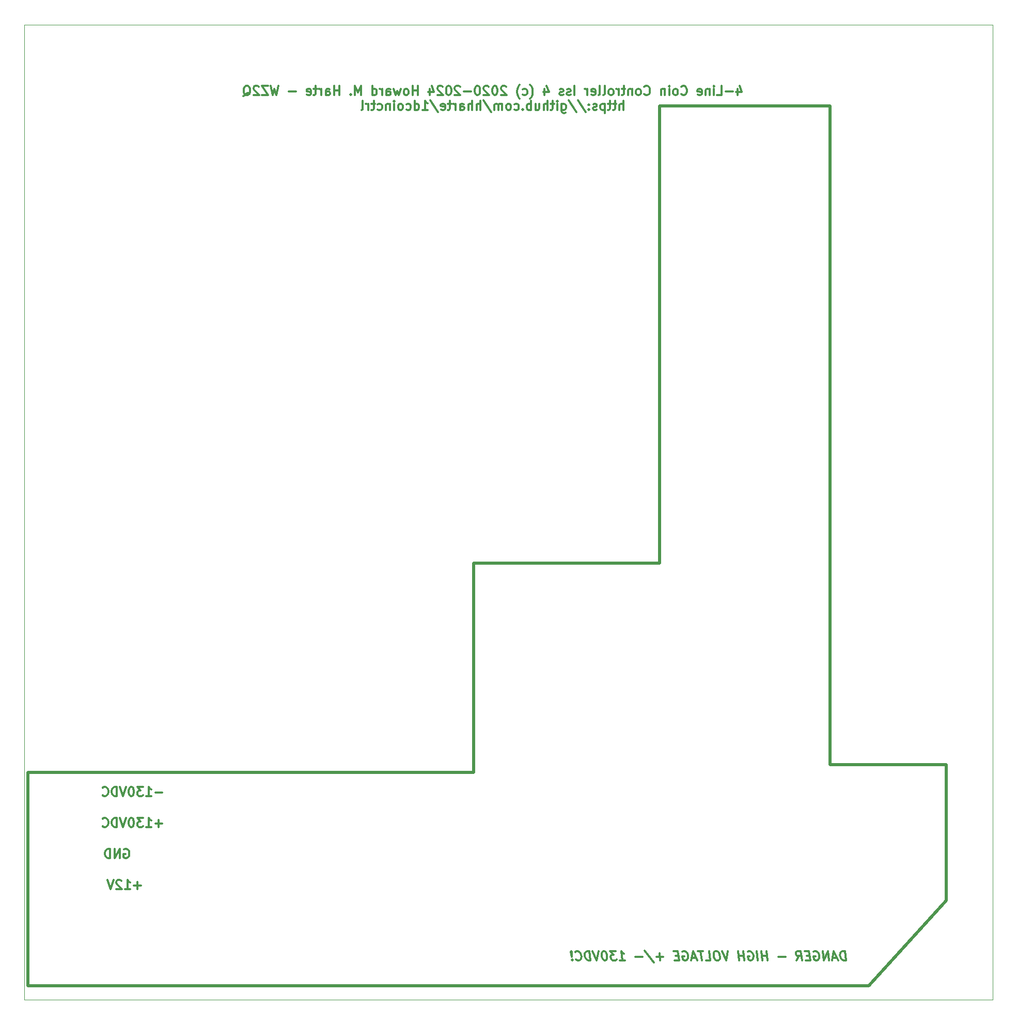
<source format=gbr>
G04 #@! TF.GenerationSoftware,KiCad,Pcbnew,8.0.1*
G04 #@! TF.CreationDate,2024-03-24T02:00:16-07:00*
G04 #@! TF.ProjectId,1d_coinctrl,31645f63-6f69-46e6-9374-726c2e6b6963,4*
G04 #@! TF.SameCoordinates,Original*
G04 #@! TF.FileFunction,Legend,Bot*
G04 #@! TF.FilePolarity,Positive*
%FSLAX46Y46*%
G04 Gerber Fmt 4.6, Leading zero omitted, Abs format (unit mm)*
G04 Created by KiCad (PCBNEW 8.0.1) date 2024-03-24 02:00:16*
%MOMM*%
%LPD*%
G01*
G04 APERTURE LIST*
%ADD10C,0.500000*%
%ADD11C,0.300000*%
G04 #@! TA.AperFunction,Profile*
%ADD12C,0.050000*%
G04 #@! TD*
G04 APERTURE END LIST*
D10*
X187960000Y-135255000D02*
X207010000Y-135255000D01*
X207010000Y-157480000D01*
X194310000Y-171450000D01*
X56515000Y-171450000D01*
X56515000Y-136525000D01*
X129540000Y-136525000D01*
X129540000Y-130175000D01*
X129540000Y-102235000D01*
X160020000Y-102235000D01*
X160020000Y-27305000D01*
X187960000Y-27305000D01*
X187960000Y-135255000D01*
D11*
X172822141Y-24505870D02*
X172822141Y-25505870D01*
X173179283Y-23934442D02*
X173536426Y-25005870D01*
X173536426Y-25005870D02*
X172607855Y-25005870D01*
X172036427Y-24934442D02*
X170893570Y-24934442D01*
X169464998Y-25505870D02*
X170179284Y-25505870D01*
X170179284Y-25505870D02*
X170179284Y-24005870D01*
X168964998Y-25505870D02*
X168964998Y-24505870D01*
X168964998Y-24005870D02*
X169036426Y-24077299D01*
X169036426Y-24077299D02*
X168964998Y-24148727D01*
X168964998Y-24148727D02*
X168893569Y-24077299D01*
X168893569Y-24077299D02*
X168964998Y-24005870D01*
X168964998Y-24005870D02*
X168964998Y-24148727D01*
X168250712Y-24505870D02*
X168250712Y-25505870D01*
X168250712Y-24648727D02*
X168179283Y-24577299D01*
X168179283Y-24577299D02*
X168036426Y-24505870D01*
X168036426Y-24505870D02*
X167822140Y-24505870D01*
X167822140Y-24505870D02*
X167679283Y-24577299D01*
X167679283Y-24577299D02*
X167607855Y-24720156D01*
X167607855Y-24720156D02*
X167607855Y-25505870D01*
X166322140Y-25434442D02*
X166464997Y-25505870D01*
X166464997Y-25505870D02*
X166750712Y-25505870D01*
X166750712Y-25505870D02*
X166893569Y-25434442D01*
X166893569Y-25434442D02*
X166964997Y-25291584D01*
X166964997Y-25291584D02*
X166964997Y-24720156D01*
X166964997Y-24720156D02*
X166893569Y-24577299D01*
X166893569Y-24577299D02*
X166750712Y-24505870D01*
X166750712Y-24505870D02*
X166464997Y-24505870D01*
X166464997Y-24505870D02*
X166322140Y-24577299D01*
X166322140Y-24577299D02*
X166250712Y-24720156D01*
X166250712Y-24720156D02*
X166250712Y-24863013D01*
X166250712Y-24863013D02*
X166964997Y-25005870D01*
X163607855Y-25363013D02*
X163679283Y-25434442D01*
X163679283Y-25434442D02*
X163893569Y-25505870D01*
X163893569Y-25505870D02*
X164036426Y-25505870D01*
X164036426Y-25505870D02*
X164250712Y-25434442D01*
X164250712Y-25434442D02*
X164393569Y-25291584D01*
X164393569Y-25291584D02*
X164464998Y-25148727D01*
X164464998Y-25148727D02*
X164536426Y-24863013D01*
X164536426Y-24863013D02*
X164536426Y-24648727D01*
X164536426Y-24648727D02*
X164464998Y-24363013D01*
X164464998Y-24363013D02*
X164393569Y-24220156D01*
X164393569Y-24220156D02*
X164250712Y-24077299D01*
X164250712Y-24077299D02*
X164036426Y-24005870D01*
X164036426Y-24005870D02*
X163893569Y-24005870D01*
X163893569Y-24005870D02*
X163679283Y-24077299D01*
X163679283Y-24077299D02*
X163607855Y-24148727D01*
X162750712Y-25505870D02*
X162893569Y-25434442D01*
X162893569Y-25434442D02*
X162964998Y-25363013D01*
X162964998Y-25363013D02*
X163036426Y-25220156D01*
X163036426Y-25220156D02*
X163036426Y-24791584D01*
X163036426Y-24791584D02*
X162964998Y-24648727D01*
X162964998Y-24648727D02*
X162893569Y-24577299D01*
X162893569Y-24577299D02*
X162750712Y-24505870D01*
X162750712Y-24505870D02*
X162536426Y-24505870D01*
X162536426Y-24505870D02*
X162393569Y-24577299D01*
X162393569Y-24577299D02*
X162322141Y-24648727D01*
X162322141Y-24648727D02*
X162250712Y-24791584D01*
X162250712Y-24791584D02*
X162250712Y-25220156D01*
X162250712Y-25220156D02*
X162322141Y-25363013D01*
X162322141Y-25363013D02*
X162393569Y-25434442D01*
X162393569Y-25434442D02*
X162536426Y-25505870D01*
X162536426Y-25505870D02*
X162750712Y-25505870D01*
X161607855Y-25505870D02*
X161607855Y-24505870D01*
X161607855Y-24005870D02*
X161679283Y-24077299D01*
X161679283Y-24077299D02*
X161607855Y-24148727D01*
X161607855Y-24148727D02*
X161536426Y-24077299D01*
X161536426Y-24077299D02*
X161607855Y-24005870D01*
X161607855Y-24005870D02*
X161607855Y-24148727D01*
X160893569Y-24505870D02*
X160893569Y-25505870D01*
X160893569Y-24648727D02*
X160822140Y-24577299D01*
X160822140Y-24577299D02*
X160679283Y-24505870D01*
X160679283Y-24505870D02*
X160464997Y-24505870D01*
X160464997Y-24505870D02*
X160322140Y-24577299D01*
X160322140Y-24577299D02*
X160250712Y-24720156D01*
X160250712Y-24720156D02*
X160250712Y-25505870D01*
X157536426Y-25363013D02*
X157607854Y-25434442D01*
X157607854Y-25434442D02*
X157822140Y-25505870D01*
X157822140Y-25505870D02*
X157964997Y-25505870D01*
X157964997Y-25505870D02*
X158179283Y-25434442D01*
X158179283Y-25434442D02*
X158322140Y-25291584D01*
X158322140Y-25291584D02*
X158393569Y-25148727D01*
X158393569Y-25148727D02*
X158464997Y-24863013D01*
X158464997Y-24863013D02*
X158464997Y-24648727D01*
X158464997Y-24648727D02*
X158393569Y-24363013D01*
X158393569Y-24363013D02*
X158322140Y-24220156D01*
X158322140Y-24220156D02*
X158179283Y-24077299D01*
X158179283Y-24077299D02*
X157964997Y-24005870D01*
X157964997Y-24005870D02*
X157822140Y-24005870D01*
X157822140Y-24005870D02*
X157607854Y-24077299D01*
X157607854Y-24077299D02*
X157536426Y-24148727D01*
X156679283Y-25505870D02*
X156822140Y-25434442D01*
X156822140Y-25434442D02*
X156893569Y-25363013D01*
X156893569Y-25363013D02*
X156964997Y-25220156D01*
X156964997Y-25220156D02*
X156964997Y-24791584D01*
X156964997Y-24791584D02*
X156893569Y-24648727D01*
X156893569Y-24648727D02*
X156822140Y-24577299D01*
X156822140Y-24577299D02*
X156679283Y-24505870D01*
X156679283Y-24505870D02*
X156464997Y-24505870D01*
X156464997Y-24505870D02*
X156322140Y-24577299D01*
X156322140Y-24577299D02*
X156250712Y-24648727D01*
X156250712Y-24648727D02*
X156179283Y-24791584D01*
X156179283Y-24791584D02*
X156179283Y-25220156D01*
X156179283Y-25220156D02*
X156250712Y-25363013D01*
X156250712Y-25363013D02*
X156322140Y-25434442D01*
X156322140Y-25434442D02*
X156464997Y-25505870D01*
X156464997Y-25505870D02*
X156679283Y-25505870D01*
X155536426Y-24505870D02*
X155536426Y-25505870D01*
X155536426Y-24648727D02*
X155464997Y-24577299D01*
X155464997Y-24577299D02*
X155322140Y-24505870D01*
X155322140Y-24505870D02*
X155107854Y-24505870D01*
X155107854Y-24505870D02*
X154964997Y-24577299D01*
X154964997Y-24577299D02*
X154893569Y-24720156D01*
X154893569Y-24720156D02*
X154893569Y-25505870D01*
X154393568Y-24505870D02*
X153822140Y-24505870D01*
X154179283Y-24005870D02*
X154179283Y-25291584D01*
X154179283Y-25291584D02*
X154107854Y-25434442D01*
X154107854Y-25434442D02*
X153964997Y-25505870D01*
X153964997Y-25505870D02*
X153822140Y-25505870D01*
X153322140Y-25505870D02*
X153322140Y-24505870D01*
X153322140Y-24791584D02*
X153250711Y-24648727D01*
X153250711Y-24648727D02*
X153179283Y-24577299D01*
X153179283Y-24577299D02*
X153036425Y-24505870D01*
X153036425Y-24505870D02*
X152893568Y-24505870D01*
X152179283Y-25505870D02*
X152322140Y-25434442D01*
X152322140Y-25434442D02*
X152393569Y-25363013D01*
X152393569Y-25363013D02*
X152464997Y-25220156D01*
X152464997Y-25220156D02*
X152464997Y-24791584D01*
X152464997Y-24791584D02*
X152393569Y-24648727D01*
X152393569Y-24648727D02*
X152322140Y-24577299D01*
X152322140Y-24577299D02*
X152179283Y-24505870D01*
X152179283Y-24505870D02*
X151964997Y-24505870D01*
X151964997Y-24505870D02*
X151822140Y-24577299D01*
X151822140Y-24577299D02*
X151750712Y-24648727D01*
X151750712Y-24648727D02*
X151679283Y-24791584D01*
X151679283Y-24791584D02*
X151679283Y-25220156D01*
X151679283Y-25220156D02*
X151750712Y-25363013D01*
X151750712Y-25363013D02*
X151822140Y-25434442D01*
X151822140Y-25434442D02*
X151964997Y-25505870D01*
X151964997Y-25505870D02*
X152179283Y-25505870D01*
X150822140Y-25505870D02*
X150964997Y-25434442D01*
X150964997Y-25434442D02*
X151036426Y-25291584D01*
X151036426Y-25291584D02*
X151036426Y-24005870D01*
X150036426Y-25505870D02*
X150179283Y-25434442D01*
X150179283Y-25434442D02*
X150250712Y-25291584D01*
X150250712Y-25291584D02*
X150250712Y-24005870D01*
X148893569Y-25434442D02*
X149036426Y-25505870D01*
X149036426Y-25505870D02*
X149322141Y-25505870D01*
X149322141Y-25505870D02*
X149464998Y-25434442D01*
X149464998Y-25434442D02*
X149536426Y-25291584D01*
X149536426Y-25291584D02*
X149536426Y-24720156D01*
X149536426Y-24720156D02*
X149464998Y-24577299D01*
X149464998Y-24577299D02*
X149322141Y-24505870D01*
X149322141Y-24505870D02*
X149036426Y-24505870D01*
X149036426Y-24505870D02*
X148893569Y-24577299D01*
X148893569Y-24577299D02*
X148822141Y-24720156D01*
X148822141Y-24720156D02*
X148822141Y-24863013D01*
X148822141Y-24863013D02*
X149536426Y-25005870D01*
X148179284Y-25505870D02*
X148179284Y-24505870D01*
X148179284Y-24791584D02*
X148107855Y-24648727D01*
X148107855Y-24648727D02*
X148036427Y-24577299D01*
X148036427Y-24577299D02*
X147893569Y-24505870D01*
X147893569Y-24505870D02*
X147750712Y-24505870D01*
X146107856Y-25505870D02*
X146107856Y-24005870D01*
X145464998Y-25434442D02*
X145322141Y-25505870D01*
X145322141Y-25505870D02*
X145036427Y-25505870D01*
X145036427Y-25505870D02*
X144893570Y-25434442D01*
X144893570Y-25434442D02*
X144822141Y-25291584D01*
X144822141Y-25291584D02*
X144822141Y-25220156D01*
X144822141Y-25220156D02*
X144893570Y-25077299D01*
X144893570Y-25077299D02*
X145036427Y-25005870D01*
X145036427Y-25005870D02*
X145250713Y-25005870D01*
X145250713Y-25005870D02*
X145393570Y-24934442D01*
X145393570Y-24934442D02*
X145464998Y-24791584D01*
X145464998Y-24791584D02*
X145464998Y-24720156D01*
X145464998Y-24720156D02*
X145393570Y-24577299D01*
X145393570Y-24577299D02*
X145250713Y-24505870D01*
X145250713Y-24505870D02*
X145036427Y-24505870D01*
X145036427Y-24505870D02*
X144893570Y-24577299D01*
X144250712Y-25434442D02*
X144107855Y-25505870D01*
X144107855Y-25505870D02*
X143822141Y-25505870D01*
X143822141Y-25505870D02*
X143679284Y-25434442D01*
X143679284Y-25434442D02*
X143607855Y-25291584D01*
X143607855Y-25291584D02*
X143607855Y-25220156D01*
X143607855Y-25220156D02*
X143679284Y-25077299D01*
X143679284Y-25077299D02*
X143822141Y-25005870D01*
X143822141Y-25005870D02*
X144036427Y-25005870D01*
X144036427Y-25005870D02*
X144179284Y-24934442D01*
X144179284Y-24934442D02*
X144250712Y-24791584D01*
X144250712Y-24791584D02*
X144250712Y-24720156D01*
X144250712Y-24720156D02*
X144179284Y-24577299D01*
X144179284Y-24577299D02*
X144036427Y-24505870D01*
X144036427Y-24505870D02*
X143822141Y-24505870D01*
X143822141Y-24505870D02*
X143679284Y-24577299D01*
X141179284Y-24505870D02*
X141179284Y-25505870D01*
X141536426Y-23934442D02*
X141893569Y-25005870D01*
X141893569Y-25005870D02*
X140964998Y-25005870D01*
X138822141Y-26077299D02*
X138893570Y-26005870D01*
X138893570Y-26005870D02*
X139036427Y-25791584D01*
X139036427Y-25791584D02*
X139107856Y-25648727D01*
X139107856Y-25648727D02*
X139179284Y-25434442D01*
X139179284Y-25434442D02*
X139250713Y-25077299D01*
X139250713Y-25077299D02*
X139250713Y-24791584D01*
X139250713Y-24791584D02*
X139179284Y-24434442D01*
X139179284Y-24434442D02*
X139107856Y-24220156D01*
X139107856Y-24220156D02*
X139036427Y-24077299D01*
X139036427Y-24077299D02*
X138893570Y-23863013D01*
X138893570Y-23863013D02*
X138822141Y-23791584D01*
X137607856Y-25434442D02*
X137750713Y-25505870D01*
X137750713Y-25505870D02*
X138036427Y-25505870D01*
X138036427Y-25505870D02*
X138179284Y-25434442D01*
X138179284Y-25434442D02*
X138250713Y-25363013D01*
X138250713Y-25363013D02*
X138322141Y-25220156D01*
X138322141Y-25220156D02*
X138322141Y-24791584D01*
X138322141Y-24791584D02*
X138250713Y-24648727D01*
X138250713Y-24648727D02*
X138179284Y-24577299D01*
X138179284Y-24577299D02*
X138036427Y-24505870D01*
X138036427Y-24505870D02*
X137750713Y-24505870D01*
X137750713Y-24505870D02*
X137607856Y-24577299D01*
X137107856Y-26077299D02*
X137036427Y-26005870D01*
X137036427Y-26005870D02*
X136893570Y-25791584D01*
X136893570Y-25791584D02*
X136822142Y-25648727D01*
X136822142Y-25648727D02*
X136750713Y-25434442D01*
X136750713Y-25434442D02*
X136679284Y-25077299D01*
X136679284Y-25077299D02*
X136679284Y-24791584D01*
X136679284Y-24791584D02*
X136750713Y-24434442D01*
X136750713Y-24434442D02*
X136822142Y-24220156D01*
X136822142Y-24220156D02*
X136893570Y-24077299D01*
X136893570Y-24077299D02*
X137036427Y-23863013D01*
X137036427Y-23863013D02*
X137107856Y-23791584D01*
X134893570Y-24148727D02*
X134822142Y-24077299D01*
X134822142Y-24077299D02*
X134679285Y-24005870D01*
X134679285Y-24005870D02*
X134322142Y-24005870D01*
X134322142Y-24005870D02*
X134179285Y-24077299D01*
X134179285Y-24077299D02*
X134107856Y-24148727D01*
X134107856Y-24148727D02*
X134036427Y-24291584D01*
X134036427Y-24291584D02*
X134036427Y-24434442D01*
X134036427Y-24434442D02*
X134107856Y-24648727D01*
X134107856Y-24648727D02*
X134964999Y-25505870D01*
X134964999Y-25505870D02*
X134036427Y-25505870D01*
X133107856Y-24005870D02*
X132964999Y-24005870D01*
X132964999Y-24005870D02*
X132822142Y-24077299D01*
X132822142Y-24077299D02*
X132750714Y-24148727D01*
X132750714Y-24148727D02*
X132679285Y-24291584D01*
X132679285Y-24291584D02*
X132607856Y-24577299D01*
X132607856Y-24577299D02*
X132607856Y-24934442D01*
X132607856Y-24934442D02*
X132679285Y-25220156D01*
X132679285Y-25220156D02*
X132750714Y-25363013D01*
X132750714Y-25363013D02*
X132822142Y-25434442D01*
X132822142Y-25434442D02*
X132964999Y-25505870D01*
X132964999Y-25505870D02*
X133107856Y-25505870D01*
X133107856Y-25505870D02*
X133250714Y-25434442D01*
X133250714Y-25434442D02*
X133322142Y-25363013D01*
X133322142Y-25363013D02*
X133393571Y-25220156D01*
X133393571Y-25220156D02*
X133464999Y-24934442D01*
X133464999Y-24934442D02*
X133464999Y-24577299D01*
X133464999Y-24577299D02*
X133393571Y-24291584D01*
X133393571Y-24291584D02*
X133322142Y-24148727D01*
X133322142Y-24148727D02*
X133250714Y-24077299D01*
X133250714Y-24077299D02*
X133107856Y-24005870D01*
X132036428Y-24148727D02*
X131965000Y-24077299D01*
X131965000Y-24077299D02*
X131822143Y-24005870D01*
X131822143Y-24005870D02*
X131465000Y-24005870D01*
X131465000Y-24005870D02*
X131322143Y-24077299D01*
X131322143Y-24077299D02*
X131250714Y-24148727D01*
X131250714Y-24148727D02*
X131179285Y-24291584D01*
X131179285Y-24291584D02*
X131179285Y-24434442D01*
X131179285Y-24434442D02*
X131250714Y-24648727D01*
X131250714Y-24648727D02*
X132107857Y-25505870D01*
X132107857Y-25505870D02*
X131179285Y-25505870D01*
X130250714Y-24005870D02*
X130107857Y-24005870D01*
X130107857Y-24005870D02*
X129965000Y-24077299D01*
X129965000Y-24077299D02*
X129893572Y-24148727D01*
X129893572Y-24148727D02*
X129822143Y-24291584D01*
X129822143Y-24291584D02*
X129750714Y-24577299D01*
X129750714Y-24577299D02*
X129750714Y-24934442D01*
X129750714Y-24934442D02*
X129822143Y-25220156D01*
X129822143Y-25220156D02*
X129893572Y-25363013D01*
X129893572Y-25363013D02*
X129965000Y-25434442D01*
X129965000Y-25434442D02*
X130107857Y-25505870D01*
X130107857Y-25505870D02*
X130250714Y-25505870D01*
X130250714Y-25505870D02*
X130393572Y-25434442D01*
X130393572Y-25434442D02*
X130465000Y-25363013D01*
X130465000Y-25363013D02*
X130536429Y-25220156D01*
X130536429Y-25220156D02*
X130607857Y-24934442D01*
X130607857Y-24934442D02*
X130607857Y-24577299D01*
X130607857Y-24577299D02*
X130536429Y-24291584D01*
X130536429Y-24291584D02*
X130465000Y-24148727D01*
X130465000Y-24148727D02*
X130393572Y-24077299D01*
X130393572Y-24077299D02*
X130250714Y-24005870D01*
X129107858Y-24934442D02*
X127965001Y-24934442D01*
X127322143Y-24148727D02*
X127250715Y-24077299D01*
X127250715Y-24077299D02*
X127107858Y-24005870D01*
X127107858Y-24005870D02*
X126750715Y-24005870D01*
X126750715Y-24005870D02*
X126607858Y-24077299D01*
X126607858Y-24077299D02*
X126536429Y-24148727D01*
X126536429Y-24148727D02*
X126465000Y-24291584D01*
X126465000Y-24291584D02*
X126465000Y-24434442D01*
X126465000Y-24434442D02*
X126536429Y-24648727D01*
X126536429Y-24648727D02*
X127393572Y-25505870D01*
X127393572Y-25505870D02*
X126465000Y-25505870D01*
X125536429Y-24005870D02*
X125393572Y-24005870D01*
X125393572Y-24005870D02*
X125250715Y-24077299D01*
X125250715Y-24077299D02*
X125179287Y-24148727D01*
X125179287Y-24148727D02*
X125107858Y-24291584D01*
X125107858Y-24291584D02*
X125036429Y-24577299D01*
X125036429Y-24577299D02*
X125036429Y-24934442D01*
X125036429Y-24934442D02*
X125107858Y-25220156D01*
X125107858Y-25220156D02*
X125179287Y-25363013D01*
X125179287Y-25363013D02*
X125250715Y-25434442D01*
X125250715Y-25434442D02*
X125393572Y-25505870D01*
X125393572Y-25505870D02*
X125536429Y-25505870D01*
X125536429Y-25505870D02*
X125679287Y-25434442D01*
X125679287Y-25434442D02*
X125750715Y-25363013D01*
X125750715Y-25363013D02*
X125822144Y-25220156D01*
X125822144Y-25220156D02*
X125893572Y-24934442D01*
X125893572Y-24934442D02*
X125893572Y-24577299D01*
X125893572Y-24577299D02*
X125822144Y-24291584D01*
X125822144Y-24291584D02*
X125750715Y-24148727D01*
X125750715Y-24148727D02*
X125679287Y-24077299D01*
X125679287Y-24077299D02*
X125536429Y-24005870D01*
X124465001Y-24148727D02*
X124393573Y-24077299D01*
X124393573Y-24077299D02*
X124250716Y-24005870D01*
X124250716Y-24005870D02*
X123893573Y-24005870D01*
X123893573Y-24005870D02*
X123750716Y-24077299D01*
X123750716Y-24077299D02*
X123679287Y-24148727D01*
X123679287Y-24148727D02*
X123607858Y-24291584D01*
X123607858Y-24291584D02*
X123607858Y-24434442D01*
X123607858Y-24434442D02*
X123679287Y-24648727D01*
X123679287Y-24648727D02*
X124536430Y-25505870D01*
X124536430Y-25505870D02*
X123607858Y-25505870D01*
X122322145Y-24505870D02*
X122322145Y-25505870D01*
X122679287Y-23934442D02*
X123036430Y-25005870D01*
X123036430Y-25005870D02*
X122107859Y-25005870D01*
X120393574Y-25505870D02*
X120393574Y-24005870D01*
X120393574Y-24720156D02*
X119536431Y-24720156D01*
X119536431Y-25505870D02*
X119536431Y-24005870D01*
X118607859Y-25505870D02*
X118750716Y-25434442D01*
X118750716Y-25434442D02*
X118822145Y-25363013D01*
X118822145Y-25363013D02*
X118893573Y-25220156D01*
X118893573Y-25220156D02*
X118893573Y-24791584D01*
X118893573Y-24791584D02*
X118822145Y-24648727D01*
X118822145Y-24648727D02*
X118750716Y-24577299D01*
X118750716Y-24577299D02*
X118607859Y-24505870D01*
X118607859Y-24505870D02*
X118393573Y-24505870D01*
X118393573Y-24505870D02*
X118250716Y-24577299D01*
X118250716Y-24577299D02*
X118179288Y-24648727D01*
X118179288Y-24648727D02*
X118107859Y-24791584D01*
X118107859Y-24791584D02*
X118107859Y-25220156D01*
X118107859Y-25220156D02*
X118179288Y-25363013D01*
X118179288Y-25363013D02*
X118250716Y-25434442D01*
X118250716Y-25434442D02*
X118393573Y-25505870D01*
X118393573Y-25505870D02*
X118607859Y-25505870D01*
X117607859Y-24505870D02*
X117322145Y-25505870D01*
X117322145Y-25505870D02*
X117036430Y-24791584D01*
X117036430Y-24791584D02*
X116750716Y-25505870D01*
X116750716Y-25505870D02*
X116465002Y-24505870D01*
X115250716Y-25505870D02*
X115250716Y-24720156D01*
X115250716Y-24720156D02*
X115322144Y-24577299D01*
X115322144Y-24577299D02*
X115465001Y-24505870D01*
X115465001Y-24505870D02*
X115750716Y-24505870D01*
X115750716Y-24505870D02*
X115893573Y-24577299D01*
X115250716Y-25434442D02*
X115393573Y-25505870D01*
X115393573Y-25505870D02*
X115750716Y-25505870D01*
X115750716Y-25505870D02*
X115893573Y-25434442D01*
X115893573Y-25434442D02*
X115965001Y-25291584D01*
X115965001Y-25291584D02*
X115965001Y-25148727D01*
X115965001Y-25148727D02*
X115893573Y-25005870D01*
X115893573Y-25005870D02*
X115750716Y-24934442D01*
X115750716Y-24934442D02*
X115393573Y-24934442D01*
X115393573Y-24934442D02*
X115250716Y-24863013D01*
X114536430Y-25505870D02*
X114536430Y-24505870D01*
X114536430Y-24791584D02*
X114465001Y-24648727D01*
X114465001Y-24648727D02*
X114393573Y-24577299D01*
X114393573Y-24577299D02*
X114250715Y-24505870D01*
X114250715Y-24505870D02*
X114107858Y-24505870D01*
X112965002Y-25505870D02*
X112965002Y-24005870D01*
X112965002Y-25434442D02*
X113107859Y-25505870D01*
X113107859Y-25505870D02*
X113393573Y-25505870D01*
X113393573Y-25505870D02*
X113536430Y-25434442D01*
X113536430Y-25434442D02*
X113607859Y-25363013D01*
X113607859Y-25363013D02*
X113679287Y-25220156D01*
X113679287Y-25220156D02*
X113679287Y-24791584D01*
X113679287Y-24791584D02*
X113607859Y-24648727D01*
X113607859Y-24648727D02*
X113536430Y-24577299D01*
X113536430Y-24577299D02*
X113393573Y-24505870D01*
X113393573Y-24505870D02*
X113107859Y-24505870D01*
X113107859Y-24505870D02*
X112965002Y-24577299D01*
X111107859Y-25505870D02*
X111107859Y-24005870D01*
X111107859Y-24005870D02*
X110607859Y-25077299D01*
X110607859Y-25077299D02*
X110107859Y-24005870D01*
X110107859Y-24005870D02*
X110107859Y-25505870D01*
X109393573Y-25363013D02*
X109322144Y-25434442D01*
X109322144Y-25434442D02*
X109393573Y-25505870D01*
X109393573Y-25505870D02*
X109465001Y-25434442D01*
X109465001Y-25434442D02*
X109393573Y-25363013D01*
X109393573Y-25363013D02*
X109393573Y-25505870D01*
X107536430Y-25505870D02*
X107536430Y-24005870D01*
X107536430Y-24720156D02*
X106679287Y-24720156D01*
X106679287Y-25505870D02*
X106679287Y-24005870D01*
X105322144Y-25505870D02*
X105322144Y-24720156D01*
X105322144Y-24720156D02*
X105393572Y-24577299D01*
X105393572Y-24577299D02*
X105536429Y-24505870D01*
X105536429Y-24505870D02*
X105822144Y-24505870D01*
X105822144Y-24505870D02*
X105965001Y-24577299D01*
X105322144Y-25434442D02*
X105465001Y-25505870D01*
X105465001Y-25505870D02*
X105822144Y-25505870D01*
X105822144Y-25505870D02*
X105965001Y-25434442D01*
X105965001Y-25434442D02*
X106036429Y-25291584D01*
X106036429Y-25291584D02*
X106036429Y-25148727D01*
X106036429Y-25148727D02*
X105965001Y-25005870D01*
X105965001Y-25005870D02*
X105822144Y-24934442D01*
X105822144Y-24934442D02*
X105465001Y-24934442D01*
X105465001Y-24934442D02*
X105322144Y-24863013D01*
X104607858Y-25505870D02*
X104607858Y-24505870D01*
X104607858Y-24791584D02*
X104536429Y-24648727D01*
X104536429Y-24648727D02*
X104465001Y-24577299D01*
X104465001Y-24577299D02*
X104322143Y-24505870D01*
X104322143Y-24505870D02*
X104179286Y-24505870D01*
X103893572Y-24505870D02*
X103322144Y-24505870D01*
X103679287Y-24005870D02*
X103679287Y-25291584D01*
X103679287Y-25291584D02*
X103607858Y-25434442D01*
X103607858Y-25434442D02*
X103465001Y-25505870D01*
X103465001Y-25505870D02*
X103322144Y-25505870D01*
X102250715Y-25434442D02*
X102393572Y-25505870D01*
X102393572Y-25505870D02*
X102679287Y-25505870D01*
X102679287Y-25505870D02*
X102822144Y-25434442D01*
X102822144Y-25434442D02*
X102893572Y-25291584D01*
X102893572Y-25291584D02*
X102893572Y-24720156D01*
X102893572Y-24720156D02*
X102822144Y-24577299D01*
X102822144Y-24577299D02*
X102679287Y-24505870D01*
X102679287Y-24505870D02*
X102393572Y-24505870D01*
X102393572Y-24505870D02*
X102250715Y-24577299D01*
X102250715Y-24577299D02*
X102179287Y-24720156D01*
X102179287Y-24720156D02*
X102179287Y-24863013D01*
X102179287Y-24863013D02*
X102893572Y-25005870D01*
X100393573Y-24934442D02*
X99250716Y-24934442D01*
X97536430Y-24005870D02*
X97179287Y-25505870D01*
X97179287Y-25505870D02*
X96893573Y-24434442D01*
X96893573Y-24434442D02*
X96607858Y-25505870D01*
X96607858Y-25505870D02*
X96250716Y-24005870D01*
X95822144Y-24005870D02*
X94822144Y-24005870D01*
X94822144Y-24005870D02*
X95822144Y-25505870D01*
X95822144Y-25505870D02*
X94822144Y-25505870D01*
X94322144Y-24148727D02*
X94250716Y-24077299D01*
X94250716Y-24077299D02*
X94107859Y-24005870D01*
X94107859Y-24005870D02*
X93750716Y-24005870D01*
X93750716Y-24005870D02*
X93607859Y-24077299D01*
X93607859Y-24077299D02*
X93536430Y-24148727D01*
X93536430Y-24148727D02*
X93465001Y-24291584D01*
X93465001Y-24291584D02*
X93465001Y-24434442D01*
X93465001Y-24434442D02*
X93536430Y-24648727D01*
X93536430Y-24648727D02*
X94393573Y-25505870D01*
X94393573Y-25505870D02*
X93465001Y-25505870D01*
X91822145Y-25648727D02*
X91965002Y-25577299D01*
X91965002Y-25577299D02*
X92107859Y-25434442D01*
X92107859Y-25434442D02*
X92322145Y-25220156D01*
X92322145Y-25220156D02*
X92465002Y-25148727D01*
X92465002Y-25148727D02*
X92607859Y-25148727D01*
X92536430Y-25505870D02*
X92679288Y-25434442D01*
X92679288Y-25434442D02*
X92822145Y-25291584D01*
X92822145Y-25291584D02*
X92893573Y-25005870D01*
X92893573Y-25005870D02*
X92893573Y-24505870D01*
X92893573Y-24505870D02*
X92822145Y-24220156D01*
X92822145Y-24220156D02*
X92679288Y-24077299D01*
X92679288Y-24077299D02*
X92536430Y-24005870D01*
X92536430Y-24005870D02*
X92250716Y-24005870D01*
X92250716Y-24005870D02*
X92107859Y-24077299D01*
X92107859Y-24077299D02*
X91965002Y-24220156D01*
X91965002Y-24220156D02*
X91893573Y-24505870D01*
X91893573Y-24505870D02*
X91893573Y-25005870D01*
X91893573Y-25005870D02*
X91965002Y-25291584D01*
X91965002Y-25291584D02*
X92107859Y-25434442D01*
X92107859Y-25434442D02*
X92250716Y-25505870D01*
X92250716Y-25505870D02*
X92536430Y-25505870D01*
X154107858Y-27920786D02*
X154107858Y-26420786D01*
X153465001Y-27920786D02*
X153465001Y-27135072D01*
X153465001Y-27135072D02*
X153536429Y-26992215D01*
X153536429Y-26992215D02*
X153679286Y-26920786D01*
X153679286Y-26920786D02*
X153893572Y-26920786D01*
X153893572Y-26920786D02*
X154036429Y-26992215D01*
X154036429Y-26992215D02*
X154107858Y-27063643D01*
X152965000Y-26920786D02*
X152393572Y-26920786D01*
X152750715Y-26420786D02*
X152750715Y-27706500D01*
X152750715Y-27706500D02*
X152679286Y-27849358D01*
X152679286Y-27849358D02*
X152536429Y-27920786D01*
X152536429Y-27920786D02*
X152393572Y-27920786D01*
X152107857Y-26920786D02*
X151536429Y-26920786D01*
X151893572Y-26420786D02*
X151893572Y-27706500D01*
X151893572Y-27706500D02*
X151822143Y-27849358D01*
X151822143Y-27849358D02*
X151679286Y-27920786D01*
X151679286Y-27920786D02*
X151536429Y-27920786D01*
X151036429Y-26920786D02*
X151036429Y-28420786D01*
X151036429Y-26992215D02*
X150893572Y-26920786D01*
X150893572Y-26920786D02*
X150607857Y-26920786D01*
X150607857Y-26920786D02*
X150465000Y-26992215D01*
X150465000Y-26992215D02*
X150393572Y-27063643D01*
X150393572Y-27063643D02*
X150322143Y-27206500D01*
X150322143Y-27206500D02*
X150322143Y-27635072D01*
X150322143Y-27635072D02*
X150393572Y-27777929D01*
X150393572Y-27777929D02*
X150465000Y-27849358D01*
X150465000Y-27849358D02*
X150607857Y-27920786D01*
X150607857Y-27920786D02*
X150893572Y-27920786D01*
X150893572Y-27920786D02*
X151036429Y-27849358D01*
X149750714Y-27849358D02*
X149607857Y-27920786D01*
X149607857Y-27920786D02*
X149322143Y-27920786D01*
X149322143Y-27920786D02*
X149179286Y-27849358D01*
X149179286Y-27849358D02*
X149107857Y-27706500D01*
X149107857Y-27706500D02*
X149107857Y-27635072D01*
X149107857Y-27635072D02*
X149179286Y-27492215D01*
X149179286Y-27492215D02*
X149322143Y-27420786D01*
X149322143Y-27420786D02*
X149536429Y-27420786D01*
X149536429Y-27420786D02*
X149679286Y-27349358D01*
X149679286Y-27349358D02*
X149750714Y-27206500D01*
X149750714Y-27206500D02*
X149750714Y-27135072D01*
X149750714Y-27135072D02*
X149679286Y-26992215D01*
X149679286Y-26992215D02*
X149536429Y-26920786D01*
X149536429Y-26920786D02*
X149322143Y-26920786D01*
X149322143Y-26920786D02*
X149179286Y-26992215D01*
X148465000Y-27777929D02*
X148393571Y-27849358D01*
X148393571Y-27849358D02*
X148465000Y-27920786D01*
X148465000Y-27920786D02*
X148536428Y-27849358D01*
X148536428Y-27849358D02*
X148465000Y-27777929D01*
X148465000Y-27777929D02*
X148465000Y-27920786D01*
X148465000Y-26992215D02*
X148393571Y-27063643D01*
X148393571Y-27063643D02*
X148465000Y-27135072D01*
X148465000Y-27135072D02*
X148536428Y-27063643D01*
X148536428Y-27063643D02*
X148465000Y-26992215D01*
X148465000Y-26992215D02*
X148465000Y-27135072D01*
X146679285Y-26349358D02*
X147964999Y-28277929D01*
X145107856Y-26349358D02*
X146393570Y-28277929D01*
X143964999Y-26920786D02*
X143964999Y-28135072D01*
X143964999Y-28135072D02*
X144036427Y-28277929D01*
X144036427Y-28277929D02*
X144107856Y-28349358D01*
X144107856Y-28349358D02*
X144250713Y-28420786D01*
X144250713Y-28420786D02*
X144464999Y-28420786D01*
X144464999Y-28420786D02*
X144607856Y-28349358D01*
X143964999Y-27849358D02*
X144107856Y-27920786D01*
X144107856Y-27920786D02*
X144393570Y-27920786D01*
X144393570Y-27920786D02*
X144536427Y-27849358D01*
X144536427Y-27849358D02*
X144607856Y-27777929D01*
X144607856Y-27777929D02*
X144679284Y-27635072D01*
X144679284Y-27635072D02*
X144679284Y-27206500D01*
X144679284Y-27206500D02*
X144607856Y-27063643D01*
X144607856Y-27063643D02*
X144536427Y-26992215D01*
X144536427Y-26992215D02*
X144393570Y-26920786D01*
X144393570Y-26920786D02*
X144107856Y-26920786D01*
X144107856Y-26920786D02*
X143964999Y-26992215D01*
X143250713Y-27920786D02*
X143250713Y-26920786D01*
X143250713Y-26420786D02*
X143322141Y-26492215D01*
X143322141Y-26492215D02*
X143250713Y-26563643D01*
X143250713Y-26563643D02*
X143179284Y-26492215D01*
X143179284Y-26492215D02*
X143250713Y-26420786D01*
X143250713Y-26420786D02*
X143250713Y-26563643D01*
X142750712Y-26920786D02*
X142179284Y-26920786D01*
X142536427Y-26420786D02*
X142536427Y-27706500D01*
X142536427Y-27706500D02*
X142464998Y-27849358D01*
X142464998Y-27849358D02*
X142322141Y-27920786D01*
X142322141Y-27920786D02*
X142179284Y-27920786D01*
X141679284Y-27920786D02*
X141679284Y-26420786D01*
X141036427Y-27920786D02*
X141036427Y-27135072D01*
X141036427Y-27135072D02*
X141107855Y-26992215D01*
X141107855Y-26992215D02*
X141250712Y-26920786D01*
X141250712Y-26920786D02*
X141464998Y-26920786D01*
X141464998Y-26920786D02*
X141607855Y-26992215D01*
X141607855Y-26992215D02*
X141679284Y-27063643D01*
X139679284Y-26920786D02*
X139679284Y-27920786D01*
X140322141Y-26920786D02*
X140322141Y-27706500D01*
X140322141Y-27706500D02*
X140250712Y-27849358D01*
X140250712Y-27849358D02*
X140107855Y-27920786D01*
X140107855Y-27920786D02*
X139893569Y-27920786D01*
X139893569Y-27920786D02*
X139750712Y-27849358D01*
X139750712Y-27849358D02*
X139679284Y-27777929D01*
X138964998Y-27920786D02*
X138964998Y-26420786D01*
X138964998Y-26992215D02*
X138822141Y-26920786D01*
X138822141Y-26920786D02*
X138536426Y-26920786D01*
X138536426Y-26920786D02*
X138393569Y-26992215D01*
X138393569Y-26992215D02*
X138322141Y-27063643D01*
X138322141Y-27063643D02*
X138250712Y-27206500D01*
X138250712Y-27206500D02*
X138250712Y-27635072D01*
X138250712Y-27635072D02*
X138322141Y-27777929D01*
X138322141Y-27777929D02*
X138393569Y-27849358D01*
X138393569Y-27849358D02*
X138536426Y-27920786D01*
X138536426Y-27920786D02*
X138822141Y-27920786D01*
X138822141Y-27920786D02*
X138964998Y-27849358D01*
X137607855Y-27777929D02*
X137536426Y-27849358D01*
X137536426Y-27849358D02*
X137607855Y-27920786D01*
X137607855Y-27920786D02*
X137679283Y-27849358D01*
X137679283Y-27849358D02*
X137607855Y-27777929D01*
X137607855Y-27777929D02*
X137607855Y-27920786D01*
X136250712Y-27849358D02*
X136393569Y-27920786D01*
X136393569Y-27920786D02*
X136679283Y-27920786D01*
X136679283Y-27920786D02*
X136822140Y-27849358D01*
X136822140Y-27849358D02*
X136893569Y-27777929D01*
X136893569Y-27777929D02*
X136964997Y-27635072D01*
X136964997Y-27635072D02*
X136964997Y-27206500D01*
X136964997Y-27206500D02*
X136893569Y-27063643D01*
X136893569Y-27063643D02*
X136822140Y-26992215D01*
X136822140Y-26992215D02*
X136679283Y-26920786D01*
X136679283Y-26920786D02*
X136393569Y-26920786D01*
X136393569Y-26920786D02*
X136250712Y-26992215D01*
X135393569Y-27920786D02*
X135536426Y-27849358D01*
X135536426Y-27849358D02*
X135607855Y-27777929D01*
X135607855Y-27777929D02*
X135679283Y-27635072D01*
X135679283Y-27635072D02*
X135679283Y-27206500D01*
X135679283Y-27206500D02*
X135607855Y-27063643D01*
X135607855Y-27063643D02*
X135536426Y-26992215D01*
X135536426Y-26992215D02*
X135393569Y-26920786D01*
X135393569Y-26920786D02*
X135179283Y-26920786D01*
X135179283Y-26920786D02*
X135036426Y-26992215D01*
X135036426Y-26992215D02*
X134964998Y-27063643D01*
X134964998Y-27063643D02*
X134893569Y-27206500D01*
X134893569Y-27206500D02*
X134893569Y-27635072D01*
X134893569Y-27635072D02*
X134964998Y-27777929D01*
X134964998Y-27777929D02*
X135036426Y-27849358D01*
X135036426Y-27849358D02*
X135179283Y-27920786D01*
X135179283Y-27920786D02*
X135393569Y-27920786D01*
X134250712Y-27920786D02*
X134250712Y-26920786D01*
X134250712Y-27063643D02*
X134179283Y-26992215D01*
X134179283Y-26992215D02*
X134036426Y-26920786D01*
X134036426Y-26920786D02*
X133822140Y-26920786D01*
X133822140Y-26920786D02*
X133679283Y-26992215D01*
X133679283Y-26992215D02*
X133607855Y-27135072D01*
X133607855Y-27135072D02*
X133607855Y-27920786D01*
X133607855Y-27135072D02*
X133536426Y-26992215D01*
X133536426Y-26992215D02*
X133393569Y-26920786D01*
X133393569Y-26920786D02*
X133179283Y-26920786D01*
X133179283Y-26920786D02*
X133036426Y-26992215D01*
X133036426Y-26992215D02*
X132964997Y-27135072D01*
X132964997Y-27135072D02*
X132964997Y-27920786D01*
X131179283Y-26349358D02*
X132464997Y-28277929D01*
X130679283Y-27920786D02*
X130679283Y-26420786D01*
X130036426Y-27920786D02*
X130036426Y-27135072D01*
X130036426Y-27135072D02*
X130107854Y-26992215D01*
X130107854Y-26992215D02*
X130250711Y-26920786D01*
X130250711Y-26920786D02*
X130464997Y-26920786D01*
X130464997Y-26920786D02*
X130607854Y-26992215D01*
X130607854Y-26992215D02*
X130679283Y-27063643D01*
X129322140Y-27920786D02*
X129322140Y-26420786D01*
X128679283Y-27920786D02*
X128679283Y-27135072D01*
X128679283Y-27135072D02*
X128750711Y-26992215D01*
X128750711Y-26992215D02*
X128893568Y-26920786D01*
X128893568Y-26920786D02*
X129107854Y-26920786D01*
X129107854Y-26920786D02*
X129250711Y-26992215D01*
X129250711Y-26992215D02*
X129322140Y-27063643D01*
X127322140Y-27920786D02*
X127322140Y-27135072D01*
X127322140Y-27135072D02*
X127393568Y-26992215D01*
X127393568Y-26992215D02*
X127536425Y-26920786D01*
X127536425Y-26920786D02*
X127822140Y-26920786D01*
X127822140Y-26920786D02*
X127964997Y-26992215D01*
X127322140Y-27849358D02*
X127464997Y-27920786D01*
X127464997Y-27920786D02*
X127822140Y-27920786D01*
X127822140Y-27920786D02*
X127964997Y-27849358D01*
X127964997Y-27849358D02*
X128036425Y-27706500D01*
X128036425Y-27706500D02*
X128036425Y-27563643D01*
X128036425Y-27563643D02*
X127964997Y-27420786D01*
X127964997Y-27420786D02*
X127822140Y-27349358D01*
X127822140Y-27349358D02*
X127464997Y-27349358D01*
X127464997Y-27349358D02*
X127322140Y-27277929D01*
X126607854Y-27920786D02*
X126607854Y-26920786D01*
X126607854Y-27206500D02*
X126536425Y-27063643D01*
X126536425Y-27063643D02*
X126464997Y-26992215D01*
X126464997Y-26992215D02*
X126322139Y-26920786D01*
X126322139Y-26920786D02*
X126179282Y-26920786D01*
X125893568Y-26920786D02*
X125322140Y-26920786D01*
X125679283Y-26420786D02*
X125679283Y-27706500D01*
X125679283Y-27706500D02*
X125607854Y-27849358D01*
X125607854Y-27849358D02*
X125464997Y-27920786D01*
X125464997Y-27920786D02*
X125322140Y-27920786D01*
X124250711Y-27849358D02*
X124393568Y-27920786D01*
X124393568Y-27920786D02*
X124679283Y-27920786D01*
X124679283Y-27920786D02*
X124822140Y-27849358D01*
X124822140Y-27849358D02*
X124893568Y-27706500D01*
X124893568Y-27706500D02*
X124893568Y-27135072D01*
X124893568Y-27135072D02*
X124822140Y-26992215D01*
X124822140Y-26992215D02*
X124679283Y-26920786D01*
X124679283Y-26920786D02*
X124393568Y-26920786D01*
X124393568Y-26920786D02*
X124250711Y-26992215D01*
X124250711Y-26992215D02*
X124179283Y-27135072D01*
X124179283Y-27135072D02*
X124179283Y-27277929D01*
X124179283Y-27277929D02*
X124893568Y-27420786D01*
X122464997Y-26349358D02*
X123750711Y-28277929D01*
X121179282Y-27920786D02*
X122036425Y-27920786D01*
X121607854Y-27920786D02*
X121607854Y-26420786D01*
X121607854Y-26420786D02*
X121750711Y-26635072D01*
X121750711Y-26635072D02*
X121893568Y-26777929D01*
X121893568Y-26777929D02*
X122036425Y-26849358D01*
X119893569Y-27920786D02*
X119893569Y-26420786D01*
X119893569Y-27849358D02*
X120036426Y-27920786D01*
X120036426Y-27920786D02*
X120322140Y-27920786D01*
X120322140Y-27920786D02*
X120464997Y-27849358D01*
X120464997Y-27849358D02*
X120536426Y-27777929D01*
X120536426Y-27777929D02*
X120607854Y-27635072D01*
X120607854Y-27635072D02*
X120607854Y-27206500D01*
X120607854Y-27206500D02*
X120536426Y-27063643D01*
X120536426Y-27063643D02*
X120464997Y-26992215D01*
X120464997Y-26992215D02*
X120322140Y-26920786D01*
X120322140Y-26920786D02*
X120036426Y-26920786D01*
X120036426Y-26920786D02*
X119893569Y-26992215D01*
X118536426Y-27849358D02*
X118679283Y-27920786D01*
X118679283Y-27920786D02*
X118964997Y-27920786D01*
X118964997Y-27920786D02*
X119107854Y-27849358D01*
X119107854Y-27849358D02*
X119179283Y-27777929D01*
X119179283Y-27777929D02*
X119250711Y-27635072D01*
X119250711Y-27635072D02*
X119250711Y-27206500D01*
X119250711Y-27206500D02*
X119179283Y-27063643D01*
X119179283Y-27063643D02*
X119107854Y-26992215D01*
X119107854Y-26992215D02*
X118964997Y-26920786D01*
X118964997Y-26920786D02*
X118679283Y-26920786D01*
X118679283Y-26920786D02*
X118536426Y-26992215D01*
X117679283Y-27920786D02*
X117822140Y-27849358D01*
X117822140Y-27849358D02*
X117893569Y-27777929D01*
X117893569Y-27777929D02*
X117964997Y-27635072D01*
X117964997Y-27635072D02*
X117964997Y-27206500D01*
X117964997Y-27206500D02*
X117893569Y-27063643D01*
X117893569Y-27063643D02*
X117822140Y-26992215D01*
X117822140Y-26992215D02*
X117679283Y-26920786D01*
X117679283Y-26920786D02*
X117464997Y-26920786D01*
X117464997Y-26920786D02*
X117322140Y-26992215D01*
X117322140Y-26992215D02*
X117250712Y-27063643D01*
X117250712Y-27063643D02*
X117179283Y-27206500D01*
X117179283Y-27206500D02*
X117179283Y-27635072D01*
X117179283Y-27635072D02*
X117250712Y-27777929D01*
X117250712Y-27777929D02*
X117322140Y-27849358D01*
X117322140Y-27849358D02*
X117464997Y-27920786D01*
X117464997Y-27920786D02*
X117679283Y-27920786D01*
X116536426Y-27920786D02*
X116536426Y-26920786D01*
X116536426Y-26420786D02*
X116607854Y-26492215D01*
X116607854Y-26492215D02*
X116536426Y-26563643D01*
X116536426Y-26563643D02*
X116464997Y-26492215D01*
X116464997Y-26492215D02*
X116536426Y-26420786D01*
X116536426Y-26420786D02*
X116536426Y-26563643D01*
X115822140Y-26920786D02*
X115822140Y-27920786D01*
X115822140Y-27063643D02*
X115750711Y-26992215D01*
X115750711Y-26992215D02*
X115607854Y-26920786D01*
X115607854Y-26920786D02*
X115393568Y-26920786D01*
X115393568Y-26920786D02*
X115250711Y-26992215D01*
X115250711Y-26992215D02*
X115179283Y-27135072D01*
X115179283Y-27135072D02*
X115179283Y-27920786D01*
X113822140Y-27849358D02*
X113964997Y-27920786D01*
X113964997Y-27920786D02*
X114250711Y-27920786D01*
X114250711Y-27920786D02*
X114393568Y-27849358D01*
X114393568Y-27849358D02*
X114464997Y-27777929D01*
X114464997Y-27777929D02*
X114536425Y-27635072D01*
X114536425Y-27635072D02*
X114536425Y-27206500D01*
X114536425Y-27206500D02*
X114464997Y-27063643D01*
X114464997Y-27063643D02*
X114393568Y-26992215D01*
X114393568Y-26992215D02*
X114250711Y-26920786D01*
X114250711Y-26920786D02*
X113964997Y-26920786D01*
X113964997Y-26920786D02*
X113822140Y-26992215D01*
X113393568Y-26920786D02*
X112822140Y-26920786D01*
X113179283Y-26420786D02*
X113179283Y-27706500D01*
X113179283Y-27706500D02*
X113107854Y-27849358D01*
X113107854Y-27849358D02*
X112964997Y-27920786D01*
X112964997Y-27920786D02*
X112822140Y-27920786D01*
X112322140Y-27920786D02*
X112322140Y-26920786D01*
X112322140Y-27206500D02*
X112250711Y-27063643D01*
X112250711Y-27063643D02*
X112179283Y-26992215D01*
X112179283Y-26992215D02*
X112036425Y-26920786D01*
X112036425Y-26920786D02*
X111893568Y-26920786D01*
X111179283Y-27920786D02*
X111322140Y-27849358D01*
X111322140Y-27849358D02*
X111393569Y-27706500D01*
X111393569Y-27706500D02*
X111393569Y-26420786D01*
X78517142Y-144886900D02*
X77374285Y-144886900D01*
X77945713Y-145458328D02*
X77945713Y-144315471D01*
X75874284Y-145458328D02*
X76731427Y-145458328D01*
X76302856Y-145458328D02*
X76302856Y-143958328D01*
X76302856Y-143958328D02*
X76445713Y-144172614D01*
X76445713Y-144172614D02*
X76588570Y-144315471D01*
X76588570Y-144315471D02*
X76731427Y-144386900D01*
X75374285Y-143958328D02*
X74445713Y-143958328D01*
X74445713Y-143958328D02*
X74945713Y-144529757D01*
X74945713Y-144529757D02*
X74731428Y-144529757D01*
X74731428Y-144529757D02*
X74588571Y-144601185D01*
X74588571Y-144601185D02*
X74517142Y-144672614D01*
X74517142Y-144672614D02*
X74445713Y-144815471D01*
X74445713Y-144815471D02*
X74445713Y-145172614D01*
X74445713Y-145172614D02*
X74517142Y-145315471D01*
X74517142Y-145315471D02*
X74588571Y-145386900D01*
X74588571Y-145386900D02*
X74731428Y-145458328D01*
X74731428Y-145458328D02*
X75159999Y-145458328D01*
X75159999Y-145458328D02*
X75302856Y-145386900D01*
X75302856Y-145386900D02*
X75374285Y-145315471D01*
X73517142Y-143958328D02*
X73374285Y-143958328D01*
X73374285Y-143958328D02*
X73231428Y-144029757D01*
X73231428Y-144029757D02*
X73160000Y-144101185D01*
X73160000Y-144101185D02*
X73088571Y-144244042D01*
X73088571Y-144244042D02*
X73017142Y-144529757D01*
X73017142Y-144529757D02*
X73017142Y-144886900D01*
X73017142Y-144886900D02*
X73088571Y-145172614D01*
X73088571Y-145172614D02*
X73160000Y-145315471D01*
X73160000Y-145315471D02*
X73231428Y-145386900D01*
X73231428Y-145386900D02*
X73374285Y-145458328D01*
X73374285Y-145458328D02*
X73517142Y-145458328D01*
X73517142Y-145458328D02*
X73660000Y-145386900D01*
X73660000Y-145386900D02*
X73731428Y-145315471D01*
X73731428Y-145315471D02*
X73802857Y-145172614D01*
X73802857Y-145172614D02*
X73874285Y-144886900D01*
X73874285Y-144886900D02*
X73874285Y-144529757D01*
X73874285Y-144529757D02*
X73802857Y-144244042D01*
X73802857Y-144244042D02*
X73731428Y-144101185D01*
X73731428Y-144101185D02*
X73660000Y-144029757D01*
X73660000Y-144029757D02*
X73517142Y-143958328D01*
X72588571Y-143958328D02*
X72088571Y-145458328D01*
X72088571Y-145458328D02*
X71588571Y-143958328D01*
X71088572Y-145458328D02*
X71088572Y-143958328D01*
X71088572Y-143958328D02*
X70731429Y-143958328D01*
X70731429Y-143958328D02*
X70517143Y-144029757D01*
X70517143Y-144029757D02*
X70374286Y-144172614D01*
X70374286Y-144172614D02*
X70302857Y-144315471D01*
X70302857Y-144315471D02*
X70231429Y-144601185D01*
X70231429Y-144601185D02*
X70231429Y-144815471D01*
X70231429Y-144815471D02*
X70302857Y-145101185D01*
X70302857Y-145101185D02*
X70374286Y-145244042D01*
X70374286Y-145244042D02*
X70517143Y-145386900D01*
X70517143Y-145386900D02*
X70731429Y-145458328D01*
X70731429Y-145458328D02*
X71088572Y-145458328D01*
X68731429Y-145315471D02*
X68802857Y-145386900D01*
X68802857Y-145386900D02*
X69017143Y-145458328D01*
X69017143Y-145458328D02*
X69160000Y-145458328D01*
X69160000Y-145458328D02*
X69374286Y-145386900D01*
X69374286Y-145386900D02*
X69517143Y-145244042D01*
X69517143Y-145244042D02*
X69588572Y-145101185D01*
X69588572Y-145101185D02*
X69660000Y-144815471D01*
X69660000Y-144815471D02*
X69660000Y-144601185D01*
X69660000Y-144601185D02*
X69588572Y-144315471D01*
X69588572Y-144315471D02*
X69517143Y-144172614D01*
X69517143Y-144172614D02*
X69374286Y-144029757D01*
X69374286Y-144029757D02*
X69160000Y-143958328D01*
X69160000Y-143958328D02*
X69017143Y-143958328D01*
X69017143Y-143958328D02*
X68802857Y-144029757D01*
X68802857Y-144029757D02*
X68731429Y-144101185D01*
X72262856Y-149109757D02*
X72405714Y-149038328D01*
X72405714Y-149038328D02*
X72619999Y-149038328D01*
X72619999Y-149038328D02*
X72834285Y-149109757D01*
X72834285Y-149109757D02*
X72977142Y-149252614D01*
X72977142Y-149252614D02*
X73048571Y-149395471D01*
X73048571Y-149395471D02*
X73119999Y-149681185D01*
X73119999Y-149681185D02*
X73119999Y-149895471D01*
X73119999Y-149895471D02*
X73048571Y-150181185D01*
X73048571Y-150181185D02*
X72977142Y-150324042D01*
X72977142Y-150324042D02*
X72834285Y-150466900D01*
X72834285Y-150466900D02*
X72619999Y-150538328D01*
X72619999Y-150538328D02*
X72477142Y-150538328D01*
X72477142Y-150538328D02*
X72262856Y-150466900D01*
X72262856Y-150466900D02*
X72191428Y-150395471D01*
X72191428Y-150395471D02*
X72191428Y-149895471D01*
X72191428Y-149895471D02*
X72477142Y-149895471D01*
X71548571Y-150538328D02*
X71548571Y-149038328D01*
X71548571Y-149038328D02*
X70691428Y-150538328D01*
X70691428Y-150538328D02*
X70691428Y-149038328D01*
X69977142Y-150538328D02*
X69977142Y-149038328D01*
X69977142Y-149038328D02*
X69619999Y-149038328D01*
X69619999Y-149038328D02*
X69405713Y-149109757D01*
X69405713Y-149109757D02*
X69262856Y-149252614D01*
X69262856Y-149252614D02*
X69191427Y-149395471D01*
X69191427Y-149395471D02*
X69119999Y-149681185D01*
X69119999Y-149681185D02*
X69119999Y-149895471D01*
X69119999Y-149895471D02*
X69191427Y-150181185D01*
X69191427Y-150181185D02*
X69262856Y-150324042D01*
X69262856Y-150324042D02*
X69405713Y-150466900D01*
X69405713Y-150466900D02*
X69619999Y-150538328D01*
X69619999Y-150538328D02*
X69977142Y-150538328D01*
X78517142Y-139806900D02*
X77374285Y-139806900D01*
X75874284Y-140378328D02*
X76731427Y-140378328D01*
X76302856Y-140378328D02*
X76302856Y-138878328D01*
X76302856Y-138878328D02*
X76445713Y-139092614D01*
X76445713Y-139092614D02*
X76588570Y-139235471D01*
X76588570Y-139235471D02*
X76731427Y-139306900D01*
X75374285Y-138878328D02*
X74445713Y-138878328D01*
X74445713Y-138878328D02*
X74945713Y-139449757D01*
X74945713Y-139449757D02*
X74731428Y-139449757D01*
X74731428Y-139449757D02*
X74588571Y-139521185D01*
X74588571Y-139521185D02*
X74517142Y-139592614D01*
X74517142Y-139592614D02*
X74445713Y-139735471D01*
X74445713Y-139735471D02*
X74445713Y-140092614D01*
X74445713Y-140092614D02*
X74517142Y-140235471D01*
X74517142Y-140235471D02*
X74588571Y-140306900D01*
X74588571Y-140306900D02*
X74731428Y-140378328D01*
X74731428Y-140378328D02*
X75159999Y-140378328D01*
X75159999Y-140378328D02*
X75302856Y-140306900D01*
X75302856Y-140306900D02*
X75374285Y-140235471D01*
X73517142Y-138878328D02*
X73374285Y-138878328D01*
X73374285Y-138878328D02*
X73231428Y-138949757D01*
X73231428Y-138949757D02*
X73160000Y-139021185D01*
X73160000Y-139021185D02*
X73088571Y-139164042D01*
X73088571Y-139164042D02*
X73017142Y-139449757D01*
X73017142Y-139449757D02*
X73017142Y-139806900D01*
X73017142Y-139806900D02*
X73088571Y-140092614D01*
X73088571Y-140092614D02*
X73160000Y-140235471D01*
X73160000Y-140235471D02*
X73231428Y-140306900D01*
X73231428Y-140306900D02*
X73374285Y-140378328D01*
X73374285Y-140378328D02*
X73517142Y-140378328D01*
X73517142Y-140378328D02*
X73660000Y-140306900D01*
X73660000Y-140306900D02*
X73731428Y-140235471D01*
X73731428Y-140235471D02*
X73802857Y-140092614D01*
X73802857Y-140092614D02*
X73874285Y-139806900D01*
X73874285Y-139806900D02*
X73874285Y-139449757D01*
X73874285Y-139449757D02*
X73802857Y-139164042D01*
X73802857Y-139164042D02*
X73731428Y-139021185D01*
X73731428Y-139021185D02*
X73660000Y-138949757D01*
X73660000Y-138949757D02*
X73517142Y-138878328D01*
X72588571Y-138878328D02*
X72088571Y-140378328D01*
X72088571Y-140378328D02*
X71588571Y-138878328D01*
X71088572Y-140378328D02*
X71088572Y-138878328D01*
X71088572Y-138878328D02*
X70731429Y-138878328D01*
X70731429Y-138878328D02*
X70517143Y-138949757D01*
X70517143Y-138949757D02*
X70374286Y-139092614D01*
X70374286Y-139092614D02*
X70302857Y-139235471D01*
X70302857Y-139235471D02*
X70231429Y-139521185D01*
X70231429Y-139521185D02*
X70231429Y-139735471D01*
X70231429Y-139735471D02*
X70302857Y-140021185D01*
X70302857Y-140021185D02*
X70374286Y-140164042D01*
X70374286Y-140164042D02*
X70517143Y-140306900D01*
X70517143Y-140306900D02*
X70731429Y-140378328D01*
X70731429Y-140378328D02*
X71088572Y-140378328D01*
X68731429Y-140235471D02*
X68802857Y-140306900D01*
X68802857Y-140306900D02*
X69017143Y-140378328D01*
X69017143Y-140378328D02*
X69160000Y-140378328D01*
X69160000Y-140378328D02*
X69374286Y-140306900D01*
X69374286Y-140306900D02*
X69517143Y-140164042D01*
X69517143Y-140164042D02*
X69588572Y-140021185D01*
X69588572Y-140021185D02*
X69660000Y-139735471D01*
X69660000Y-139735471D02*
X69660000Y-139521185D01*
X69660000Y-139521185D02*
X69588572Y-139235471D01*
X69588572Y-139235471D02*
X69517143Y-139092614D01*
X69517143Y-139092614D02*
X69374286Y-138949757D01*
X69374286Y-138949757D02*
X69160000Y-138878328D01*
X69160000Y-138878328D02*
X69017143Y-138878328D01*
X69017143Y-138878328D02*
X68802857Y-138949757D01*
X68802857Y-138949757D02*
X68731429Y-139021185D01*
X190585499Y-167302328D02*
X190397999Y-165802328D01*
X190397999Y-165802328D02*
X190040856Y-165802328D01*
X190040856Y-165802328D02*
X189835499Y-165873757D01*
X189835499Y-165873757D02*
X189710499Y-166016614D01*
X189710499Y-166016614D02*
X189656928Y-166159471D01*
X189656928Y-166159471D02*
X189621214Y-166445185D01*
X189621214Y-166445185D02*
X189647999Y-166659471D01*
X189647999Y-166659471D02*
X189755142Y-166945185D01*
X189755142Y-166945185D02*
X189844428Y-167088042D01*
X189844428Y-167088042D02*
X190005142Y-167230900D01*
X190005142Y-167230900D02*
X190228356Y-167302328D01*
X190228356Y-167302328D02*
X190585499Y-167302328D01*
X189103356Y-166873757D02*
X188389071Y-166873757D01*
X189299785Y-167302328D02*
X188612285Y-165802328D01*
X188612285Y-165802328D02*
X188299785Y-167302328D01*
X187799785Y-167302328D02*
X187612285Y-165802328D01*
X187612285Y-165802328D02*
X186942642Y-167302328D01*
X186942642Y-167302328D02*
X186755142Y-165802328D01*
X185264071Y-165873757D02*
X185397999Y-165802328D01*
X185397999Y-165802328D02*
X185612285Y-165802328D01*
X185612285Y-165802328D02*
X185835499Y-165873757D01*
X185835499Y-165873757D02*
X185996213Y-166016614D01*
X185996213Y-166016614D02*
X186085499Y-166159471D01*
X186085499Y-166159471D02*
X186192642Y-166445185D01*
X186192642Y-166445185D02*
X186219428Y-166659471D01*
X186219428Y-166659471D02*
X186183713Y-166945185D01*
X186183713Y-166945185D02*
X186130142Y-167088042D01*
X186130142Y-167088042D02*
X186005142Y-167230900D01*
X186005142Y-167230900D02*
X185799785Y-167302328D01*
X185799785Y-167302328D02*
X185656928Y-167302328D01*
X185656928Y-167302328D02*
X185433713Y-167230900D01*
X185433713Y-167230900D02*
X185353356Y-167159471D01*
X185353356Y-167159471D02*
X185290856Y-166659471D01*
X185290856Y-166659471D02*
X185576571Y-166659471D01*
X184630142Y-166516614D02*
X184130142Y-166516614D01*
X184014071Y-167302328D02*
X184728356Y-167302328D01*
X184728356Y-167302328D02*
X184540856Y-165802328D01*
X184540856Y-165802328D02*
X183826571Y-165802328D01*
X182514070Y-167302328D02*
X182924785Y-166588042D01*
X183371213Y-167302328D02*
X183183713Y-165802328D01*
X183183713Y-165802328D02*
X182612285Y-165802328D01*
X182612285Y-165802328D02*
X182478356Y-165873757D01*
X182478356Y-165873757D02*
X182415856Y-165945185D01*
X182415856Y-165945185D02*
X182362285Y-166088042D01*
X182362285Y-166088042D02*
X182389070Y-166302328D01*
X182389070Y-166302328D02*
X182478356Y-166445185D01*
X182478356Y-166445185D02*
X182558713Y-166516614D01*
X182558713Y-166516614D02*
X182710499Y-166588042D01*
X182710499Y-166588042D02*
X183281928Y-166588042D01*
X180656928Y-166730900D02*
X179514071Y-166730900D01*
X177728356Y-167302328D02*
X177540856Y-165802328D01*
X177630142Y-166516614D02*
X176772999Y-166516614D01*
X176871213Y-167302328D02*
X176683713Y-165802328D01*
X176156927Y-167302328D02*
X175969427Y-165802328D01*
X174478356Y-165873757D02*
X174612284Y-165802328D01*
X174612284Y-165802328D02*
X174826570Y-165802328D01*
X174826570Y-165802328D02*
X175049784Y-165873757D01*
X175049784Y-165873757D02*
X175210498Y-166016614D01*
X175210498Y-166016614D02*
X175299784Y-166159471D01*
X175299784Y-166159471D02*
X175406927Y-166445185D01*
X175406927Y-166445185D02*
X175433713Y-166659471D01*
X175433713Y-166659471D02*
X175397998Y-166945185D01*
X175397998Y-166945185D02*
X175344427Y-167088042D01*
X175344427Y-167088042D02*
X175219427Y-167230900D01*
X175219427Y-167230900D02*
X175014070Y-167302328D01*
X175014070Y-167302328D02*
X174871213Y-167302328D01*
X174871213Y-167302328D02*
X174647998Y-167230900D01*
X174647998Y-167230900D02*
X174567641Y-167159471D01*
X174567641Y-167159471D02*
X174505141Y-166659471D01*
X174505141Y-166659471D02*
X174790856Y-166659471D01*
X173942641Y-167302328D02*
X173755141Y-165802328D01*
X173844427Y-166516614D02*
X172987284Y-166516614D01*
X173085498Y-167302328D02*
X172897998Y-165802328D01*
X171255141Y-165802328D02*
X170942641Y-167302328D01*
X170942641Y-167302328D02*
X170255141Y-165802328D01*
X169469427Y-165802328D02*
X169183713Y-165802328D01*
X169183713Y-165802328D02*
X169049784Y-165873757D01*
X169049784Y-165873757D02*
X168924784Y-166016614D01*
X168924784Y-166016614D02*
X168889070Y-166302328D01*
X168889070Y-166302328D02*
X168951570Y-166802328D01*
X168951570Y-166802328D02*
X169058713Y-167088042D01*
X169058713Y-167088042D02*
X169219427Y-167230900D01*
X169219427Y-167230900D02*
X169371213Y-167302328D01*
X169371213Y-167302328D02*
X169656927Y-167302328D01*
X169656927Y-167302328D02*
X169790856Y-167230900D01*
X169790856Y-167230900D02*
X169915856Y-167088042D01*
X169915856Y-167088042D02*
X169951570Y-166802328D01*
X169951570Y-166802328D02*
X169889070Y-166302328D01*
X169889070Y-166302328D02*
X169781927Y-166016614D01*
X169781927Y-166016614D02*
X169621213Y-165873757D01*
X169621213Y-165873757D02*
X169469427Y-165802328D01*
X167656927Y-167302328D02*
X168371212Y-167302328D01*
X168371212Y-167302328D02*
X168183712Y-165802328D01*
X167183712Y-165802328D02*
X166326569Y-165802328D01*
X166942641Y-167302328D02*
X166755141Y-165802328D01*
X166031926Y-166873757D02*
X165317641Y-166873757D01*
X166228355Y-167302328D02*
X165540855Y-165802328D01*
X165540855Y-165802328D02*
X165228355Y-167302328D01*
X163764070Y-165873757D02*
X163897998Y-165802328D01*
X163897998Y-165802328D02*
X164112284Y-165802328D01*
X164112284Y-165802328D02*
X164335498Y-165873757D01*
X164335498Y-165873757D02*
X164496212Y-166016614D01*
X164496212Y-166016614D02*
X164585498Y-166159471D01*
X164585498Y-166159471D02*
X164692641Y-166445185D01*
X164692641Y-166445185D02*
X164719427Y-166659471D01*
X164719427Y-166659471D02*
X164683712Y-166945185D01*
X164683712Y-166945185D02*
X164630141Y-167088042D01*
X164630141Y-167088042D02*
X164505141Y-167230900D01*
X164505141Y-167230900D02*
X164299784Y-167302328D01*
X164299784Y-167302328D02*
X164156927Y-167302328D01*
X164156927Y-167302328D02*
X163933712Y-167230900D01*
X163933712Y-167230900D02*
X163853355Y-167159471D01*
X163853355Y-167159471D02*
X163790855Y-166659471D01*
X163790855Y-166659471D02*
X164076570Y-166659471D01*
X163130141Y-166516614D02*
X162630141Y-166516614D01*
X162514070Y-167302328D02*
X163228355Y-167302328D01*
X163228355Y-167302328D02*
X163040855Y-165802328D01*
X163040855Y-165802328D02*
X162326570Y-165802328D01*
X160656927Y-166730900D02*
X159514070Y-166730900D01*
X160156927Y-167302328D02*
X160014070Y-166159471D01*
X157603355Y-165730900D02*
X159130141Y-167659471D01*
X157228355Y-166730900D02*
X156085498Y-166730900D01*
X153514069Y-167302328D02*
X154371212Y-167302328D01*
X153942640Y-167302328D02*
X153755140Y-165802328D01*
X153755140Y-165802328D02*
X153924783Y-166016614D01*
X153924783Y-166016614D02*
X154085498Y-166159471D01*
X154085498Y-166159471D02*
X154237283Y-166230900D01*
X152826569Y-165802328D02*
X151897998Y-165802328D01*
X151897998Y-165802328D02*
X152469427Y-166373757D01*
X152469427Y-166373757D02*
X152255141Y-166373757D01*
X152255141Y-166373757D02*
X152121212Y-166445185D01*
X152121212Y-166445185D02*
X152058712Y-166516614D01*
X152058712Y-166516614D02*
X152005141Y-166659471D01*
X152005141Y-166659471D02*
X152049784Y-167016614D01*
X152049784Y-167016614D02*
X152139069Y-167159471D01*
X152139069Y-167159471D02*
X152219427Y-167230900D01*
X152219427Y-167230900D02*
X152371212Y-167302328D01*
X152371212Y-167302328D02*
X152799784Y-167302328D01*
X152799784Y-167302328D02*
X152933712Y-167230900D01*
X152933712Y-167230900D02*
X152996212Y-167159471D01*
X150969427Y-165802328D02*
X150826570Y-165802328D01*
X150826570Y-165802328D02*
X150692641Y-165873757D01*
X150692641Y-165873757D02*
X150630141Y-165945185D01*
X150630141Y-165945185D02*
X150576570Y-166088042D01*
X150576570Y-166088042D02*
X150540856Y-166373757D01*
X150540856Y-166373757D02*
X150585498Y-166730900D01*
X150585498Y-166730900D02*
X150692641Y-167016614D01*
X150692641Y-167016614D02*
X150781927Y-167159471D01*
X150781927Y-167159471D02*
X150862284Y-167230900D01*
X150862284Y-167230900D02*
X151014070Y-167302328D01*
X151014070Y-167302328D02*
X151156927Y-167302328D01*
X151156927Y-167302328D02*
X151290856Y-167230900D01*
X151290856Y-167230900D02*
X151353356Y-167159471D01*
X151353356Y-167159471D02*
X151406927Y-167016614D01*
X151406927Y-167016614D02*
X151442641Y-166730900D01*
X151442641Y-166730900D02*
X151397998Y-166373757D01*
X151397998Y-166373757D02*
X151290856Y-166088042D01*
X151290856Y-166088042D02*
X151201570Y-165945185D01*
X151201570Y-165945185D02*
X151121213Y-165873757D01*
X151121213Y-165873757D02*
X150969427Y-165802328D01*
X150040856Y-165802328D02*
X149728356Y-167302328D01*
X149728356Y-167302328D02*
X149040856Y-165802328D01*
X148728356Y-167302328D02*
X148540856Y-165802328D01*
X148540856Y-165802328D02*
X148183713Y-165802328D01*
X148183713Y-165802328D02*
X147978356Y-165873757D01*
X147978356Y-165873757D02*
X147853356Y-166016614D01*
X147853356Y-166016614D02*
X147799785Y-166159471D01*
X147799785Y-166159471D02*
X147764071Y-166445185D01*
X147764071Y-166445185D02*
X147790856Y-166659471D01*
X147790856Y-166659471D02*
X147897999Y-166945185D01*
X147897999Y-166945185D02*
X147987285Y-167088042D01*
X147987285Y-167088042D02*
X148147999Y-167230900D01*
X148147999Y-167230900D02*
X148371213Y-167302328D01*
X148371213Y-167302328D02*
X148728356Y-167302328D01*
X146353356Y-167159471D02*
X146433713Y-167230900D01*
X146433713Y-167230900D02*
X146656928Y-167302328D01*
X146656928Y-167302328D02*
X146799785Y-167302328D01*
X146799785Y-167302328D02*
X147005142Y-167230900D01*
X147005142Y-167230900D02*
X147130142Y-167088042D01*
X147130142Y-167088042D02*
X147183713Y-166945185D01*
X147183713Y-166945185D02*
X147219428Y-166659471D01*
X147219428Y-166659471D02*
X147192642Y-166445185D01*
X147192642Y-166445185D02*
X147085499Y-166159471D01*
X147085499Y-166159471D02*
X146996213Y-166016614D01*
X146996213Y-166016614D02*
X146835499Y-165873757D01*
X146835499Y-165873757D02*
X146612285Y-165802328D01*
X146612285Y-165802328D02*
X146469428Y-165802328D01*
X146469428Y-165802328D02*
X146264071Y-165873757D01*
X146264071Y-165873757D02*
X146201571Y-165945185D01*
X145710499Y-167159471D02*
X145647999Y-167230900D01*
X145647999Y-167230900D02*
X145728356Y-167302328D01*
X145728356Y-167302328D02*
X145790856Y-167230900D01*
X145790856Y-167230900D02*
X145710499Y-167159471D01*
X145710499Y-167159471D02*
X145728356Y-167302328D01*
X145656928Y-166730900D02*
X145621213Y-165873757D01*
X145621213Y-165873757D02*
X145540856Y-165802328D01*
X145540856Y-165802328D02*
X145478356Y-165873757D01*
X145478356Y-165873757D02*
X145656928Y-166730900D01*
X145656928Y-166730900D02*
X145540856Y-165802328D01*
X75032856Y-155046900D02*
X73889999Y-155046900D01*
X74461427Y-155618328D02*
X74461427Y-154475471D01*
X72389998Y-155618328D02*
X73247141Y-155618328D01*
X72818570Y-155618328D02*
X72818570Y-154118328D01*
X72818570Y-154118328D02*
X72961427Y-154332614D01*
X72961427Y-154332614D02*
X73104284Y-154475471D01*
X73104284Y-154475471D02*
X73247141Y-154546900D01*
X71818570Y-154261185D02*
X71747142Y-154189757D01*
X71747142Y-154189757D02*
X71604285Y-154118328D01*
X71604285Y-154118328D02*
X71247142Y-154118328D01*
X71247142Y-154118328D02*
X71104285Y-154189757D01*
X71104285Y-154189757D02*
X71032856Y-154261185D01*
X71032856Y-154261185D02*
X70961427Y-154404042D01*
X70961427Y-154404042D02*
X70961427Y-154546900D01*
X70961427Y-154546900D02*
X71032856Y-154761185D01*
X71032856Y-154761185D02*
X71889999Y-155618328D01*
X71889999Y-155618328D02*
X70961427Y-155618328D01*
X70532856Y-154118328D02*
X70032856Y-155618328D01*
X70032856Y-155618328D02*
X69532856Y-154118328D01*
D12*
X214664988Y-173701012D02*
X55914988Y-173701012D01*
X214664988Y-13935012D02*
X214664988Y-173701012D01*
X55914988Y-13935012D02*
X214664988Y-13935012D01*
X55914988Y-173701012D02*
X55914988Y-13935012D01*
M02*

</source>
